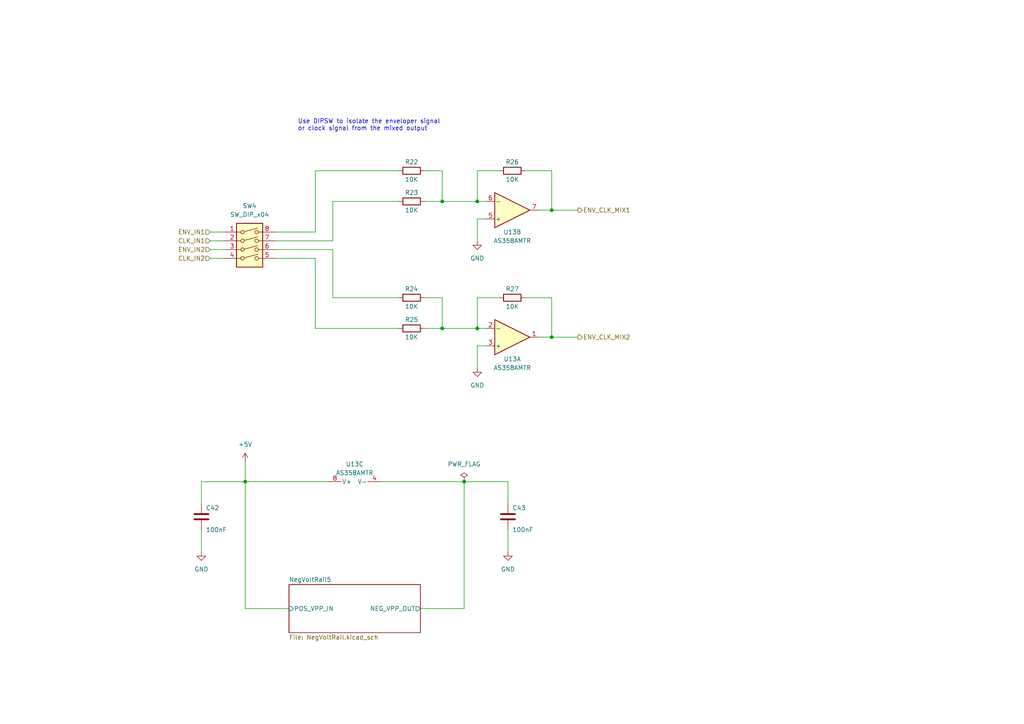
<source format=kicad_sch>
(kicad_sch (version 20211123) (generator eeschema)
  (paper "A4")
  (lib_symbols
    (symbol "Amplifier_Operational:TL072" (pin_names (offset 0.127))
      (property "Reference" "U" (at 0 5.08 0))
      (property "Value" "TL072" (at 0 -5.08 0))
      (symbol "TL072_1_1"
        (polyline (pts (xy -5.08 5.08) (xy 5.08 0) (xy -5.08 -5.08) (xy -5.08 5.08)) (stroke (width 0.254)) (fill (type background)))
        (pin output line (at 7.62 0 180) (length 2.54) (name "~") (number "1"))
        (pin input line (at -7.62 -2.54 0) (length 2.54) (name "-") (number "2"))
        (pin input line (at -7.62 2.54 0) (length 2.54) (name "+") (number "3"))
      )
      (symbol "TL072_2_1"
        (polyline (pts (xy -5.08 5.08) (xy 5.08 0) (xy -5.08 -5.08) (xy -5.08 5.08)) (stroke (width 0.254)) (fill (type background)))
        (pin input line (at -7.62 2.54 0) (length 2.54) (name "+") (number "5"))
        (pin input line (at -7.62 -2.54 0) (length 2.54) (name "-") (number "6"))
        (pin output line (at 7.62 0 180) (length 2.54) (name "~") (number "7"))
      )
      (symbol "TL072_3_1"
        (pin power_in line (at -2.54 -7.62 90) (length 3.81) (name "V-") (number "4"))
        (pin power_in line (at -2.54 7.62 270) (length 3.81) (name "V+") (number "8"))
      )
    )
    (symbol "Device:C" (pin_numbers hide) (pin_names (offset 0.254))
      (property "Reference" "C" (at 0.635 2.54 0))
      (property "Value" "C" (at 0.635 -2.54 0))
      (symbol "C_0_1"
        (polyline (pts (xy -2.032 -0.762) (xy 2.032 -0.762)) (stroke (width 0.508)))
        (polyline (pts (xy -2.032 0.762) (xy 2.032 0.762)) (stroke (width 0.508)))
      )
      (symbol "C_1_1"
        (pin passive line (at 0 3.81 270) (length 2.794) (name "~") (number "1"))
        (pin passive line (at 0 -3.81 90) (length 2.794) (name "~") (number "2"))
      )
    )
    (symbol "Device:R" (pin_numbers hide) (pin_names (offset 0))
      (property "Reference" "R" (at 2.032 0 90))
      (property "Value" "R" (at 0 0 90))
      (symbol "R_0_1"
        (rectangle (start -1.016 -2.54) (end 1.016 2.54) (stroke (width 0.254)))
      )
      (symbol "R_1_1"
        (pin passive line (at 0 3.81 270) (length 1.27) (name "~") (number "1"))
        (pin passive line (at 0 -3.81 90) (length 1.27) (name "~") (number "2"))
      )
    )
    (symbol "Switch:SW_DIP_x04" (pin_names (offset 0) hide)
      (property "Reference" "SW" (at 0 8.89 0))
      (property "Value" "SW_DIP_x04" (at 0 -6.35 0))
      (symbol "SW_DIP_x04_0_0"
        (circle (center -2.032 -2.54) (radius 0.508))
        (circle (center -2.032 0) (radius 0.508))
        (circle (center -2.032 2.54) (radius 0.508))
        (circle (center -2.032 5.08) (radius 0.508))
        (polyline (pts (xy -1.524 -2.3876) (xy 2.3622 -1.3462)))
        (polyline (pts (xy -1.524 0.127) (xy 2.3622 1.1684)))
        (polyline (pts (xy -1.524 2.667) (xy 2.3622 3.7084)))
        (polyline (pts (xy -1.524 5.207) (xy 2.3622 6.2484)))
        (circle (center 2.032 -2.54) (radius 0.508))
        (circle (center 2.032 0) (radius 0.508))
        (circle (center 2.032 2.54) (radius 0.508))
        (circle (center 2.032 5.08) (radius 0.508))
      )
      (symbol "SW_DIP_x04_0_1"
        (rectangle (start -3.81 7.62) (end 3.81 -5.08) (stroke (width 0.254)) (fill (type background)))
      )
      (symbol "SW_DIP_x04_1_1"
        (pin passive line (at -7.62 5.08 0) (length 5.08) (name "~") (number "1"))
        (pin passive line (at -7.62 2.54 0) (length 5.08) (name "~") (number "2"))
        (pin passive line (at -7.62 0 0) (length 5.08) (name "~") (number "3"))
        (pin passive line (at -7.62 -2.54 0) (length 5.08) (name "~") (number "4"))
        (pin passive line (at 7.62 -2.54 180) (length 5.08) (name "~") (number "5"))
        (pin passive line (at 7.62 0 180) (length 5.08) (name "~") (number "6"))
        (pin passive line (at 7.62 2.54 180) (length 5.08) (name "~") (number "7"))
        (pin passive line (at 7.62 5.08 180) (length 5.08) (name "~") (number "8"))
      )
    )
    (symbol "power:+5V" (power) (pin_names (offset 0))
      (property "Value" "+5V" (at 0 3.556 0))
      (symbol "+5V_0_1"
        (polyline (pts (xy -0.762 1.27) (xy 0 2.54)))
        (polyline (pts (xy 0 0) (xy 0 2.54)))
        (polyline (pts (xy 0 2.54) (xy 0.762 1.27)))
      )
      (symbol "+5V_1_1"
        (pin power_in line (at 0 0 90) (length 0) hide (name "+5V") (number "1"))
      )
    )
    (symbol "power:GND" (power) (pin_names (offset 0))
      (property "Value" "GND" (at 0 -3.81 0))
      (symbol "GND_0_1"
        (polyline (pts (xy 0 0) (xy 0 -1.27) (xy 1.27 -1.27) (xy 0 -2.54) (xy -1.27 -1.27) (xy 0 -1.27)))
      )
      (symbol "GND_1_1"
        (pin power_in line (at 0 0 270) (length 0) hide (name "GND") (number "1"))
      )
    )
    (symbol "power:PWR_FLAG" (power) (pin_numbers hide) (pin_names (offset 0) hide)
      (property "Value" "PWR_FLAG" (at 0 3.81 0))
      (symbol "PWR_FLAG_0_0"
        (pin power_out line (at 0 0 90) (length 0) (name "pwr") (number "1"))
      )
      (symbol "PWR_FLAG_0_1"
        (polyline (pts (xy 0 0) (xy 0 1.27) (xy -1.016 1.905) (xy 0 2.54) (xy 1.016 1.905) (xy 0 1.27)))
      )
    )
  )
  (junction (at 128.27 58.42))
  (junction (at 128.27 95.25))
  (junction (at 138.43 95.25))
  (junction (at 138.43 58.42))
  (junction (at 160.02 97.79))
  (junction (at 160.02 60.96))
  (junction (at 134.62 139.7))
  (junction (at 71.12 139.7))
  (wire (pts (xy 80.01 67.31) (xy 91.44 67.31)))
  (wire (pts (xy 160.02 60.96) (xy 156.21 60.96)))
  (wire (pts (xy 160.02 60.96) (xy 167.64 60.96)))
  (wire (pts (xy 152.4 49.53) (xy 160.02 49.53)))
  (wire (pts (xy 60.96 74.93) (xy 64.77 74.93)))
  (wire (pts (xy 128.27 95.25) (xy 138.43 95.25)))
  (wire (pts (xy 138.43 49.53) (xy 144.78 49.53)))
  (wire (pts (xy 96.52 86.36) (xy 115.57 86.36)))
  (wire (pts (xy 110.49 139.7) (xy 134.62 139.7)))
  (wire (pts (xy 134.62 139.7) (xy 147.32 139.7)))
  (wire (pts (xy 138.43 100.33) (xy 138.43 106.68)))
  (wire (pts (xy 91.44 95.25) (xy 115.57 95.25)))
  (wire (pts (xy 128.27 58.42) (xy 138.43 58.42)))
  (wire (pts (xy 60.96 67.31) (xy 64.77 67.31)))
  (wire (pts (xy 60.96 72.39) (xy 64.77 72.39)))
  (wire (pts (xy 71.12 139.7) (xy 95.25 139.7)))
  (wire (pts (xy 160.02 86.36) (xy 160.02 97.79)))
  (wire (pts (xy 58.42 153.67) (xy 58.42 160.02)))
  (wire (pts (xy 138.43 58.42) (xy 138.43 49.53)))
  (wire (pts (xy 160.02 49.53) (xy 160.02 60.96)))
  (wire (pts (xy 91.44 49.53) (xy 115.57 49.53)))
  (wire (pts (xy 71.12 133.9779) (xy 71.12 139.7)))
  (wire (pts (xy 96.52 69.85) (xy 80.01 69.85)))
  (wire (pts (xy 91.44 74.93) (xy 80.01 74.93)))
  (wire (pts (xy 140.97 100.33) (xy 138.43 100.33)))
  (wire (pts (xy 134.62 176.53) (xy 121.92 176.53)))
  (wire (pts (xy 160.02 97.79) (xy 156.21 97.79)))
  (wire (pts (xy 96.52 72.39) (xy 96.52 86.36)))
  (wire (pts (xy 71.12 139.7) (xy 71.12 176.53)))
  (wire (pts (xy 128.27 49.53) (xy 128.27 58.42)))
  (wire (pts (xy 152.4 86.36) (xy 160.02 86.36)))
  (wire (pts (xy 128.27 86.36) (xy 128.27 95.25)))
  (wire (pts (xy 134.62 139.7) (xy 134.62 176.53)))
  (wire (pts (xy 58.42 139.7) (xy 71.12 139.7)))
  (wire (pts (xy 138.43 95.25) (xy 140.97 95.25)))
  (wire (pts (xy 80.01 72.39) (xy 96.52 72.39)))
  (wire (pts (xy 60.96 69.85) (xy 64.77 69.85)))
  (wire (pts (xy 160.02 97.79) (xy 167.64 97.79)))
  (wire (pts (xy 123.19 95.25) (xy 128.27 95.25)))
  (wire (pts (xy 138.43 63.5) (xy 138.43 69.85)))
  (wire (pts (xy 91.44 95.25) (xy 91.44 74.93)))
  (wire (pts (xy 91.44 67.31) (xy 91.44 49.53)))
  (wire (pts (xy 138.43 86.36) (xy 144.78 86.36)))
  (wire (pts (xy 138.43 95.25) (xy 138.43 86.36)))
  (wire (pts (xy 147.32 153.67) (xy 147.32 160.02)))
  (wire (pts (xy 96.52 58.42) (xy 115.57 58.42)))
  (wire (pts (xy 140.97 63.5) (xy 138.43 63.5)))
  (wire (pts (xy 83.82 176.53) (xy 71.12 176.53)))
  (wire (pts (xy 123.19 86.36) (xy 128.27 86.36)))
  (wire (pts (xy 96.52 58.42) (xy 96.52 69.85)))
  (wire (pts (xy 123.19 58.42) (xy 128.27 58.42)))
  (wire (pts (xy 138.43 58.42) (xy 140.97 58.42)))
  (wire (pts (xy 123.19 49.53) (xy 128.27 49.53)))
  (wire (pts (xy 58.42 139.7) (xy 58.42 146.05)))
  (wire (pts (xy 147.32 139.7) (xy 147.32 146.05)))
  (text "Use DIPSW to isolate the enveloper signal \nor clock signal from the mixed output" (at 86.36 38.1 0) (effects (font (size 1.27 1.27)) (justify left bottom)))
  (hierarchical_label "ENV_IN2" (shape input) (at 60.96 72.39 180))
  (hierarchical_label "ENV_CLK_MIX1" (shape output) (at 167.64 60.96 0))
  (hierarchical_label "CLK_IN2" (shape input) (at 60.96 74.93 180))
  (hierarchical_label "CLK_IN1" (shape input) (at 60.96 69.85 180))
  (hierarchical_label "ENV_IN1" (shape input) (at 60.96 67.31 180))
  (hierarchical_label "ENV_CLK_MIX2" (shape output) (at 167.64 97.79 0))
  (symbol (lib_id "Device:R") (at 119.38 86.36 90) (mirror x) (unit 1)
    (property "Reference" "R24" (at 119.38 83.82 90))
    (property "Value" "10K" (at 119.38 88.9 90))
    (property "Footprint" "Resistor_SMD:R_0805_2012Metric_Pad1.20x1.40mm_HandSolder" (effects hide))
  )
  (symbol (lib_id "power:+5V") (at 71.12 133.9779 0) (unit 1)
    (property "Reference" "#PWR067" (effects hide))
    (property "Value" "+5V" (at 71.12 128.8979 0))
  )
  (symbol (lib_id "power:GND") (at 138.43 106.68 0) (unit 1)
    (property "Reference" "#PWR069" (effects hide))
    (property "Value" "GND" (at 138.43 111.76 0))
  )
  (symbol (lib_id "Device:R") (at 119.38 95.25 90) (mirror x) (unit 1)
    (property "Reference" "R25" (at 119.38 92.71 90))
    (property "Value" "10K" (at 119.38 97.79 90))
    (property "Footprint" "Resistor_SMD:R_0805_2012Metric_Pad1.20x1.40mm_HandSolder" (effects hide))
  )
  (symbol (lib_id "Switch:SW_DIP_x04") (at 72.39 72.39 0) (unit 1)
    (property "Reference" "SW4" (at 72.39 59.69 0))
    (property "Value" "SW_DIP_x04" (at 72.39 62.23 0))
    (property "Footprint" "Button_Switch_THT:SW_DIP_SPSTx04_Slide_6.7x11.72mm_W7.62mm_P2.54mm_LowProfile" (effects hide))
  )
  (symbol (lib_id "Device:C") (at 147.32 149.86 180) (unit 1)
    (property "Reference" "C43" (at 148.59 147.32 0) (effects (justify right)))
    (property "Value" "100nF" (at 148.59 153.67 0) (effects (justify right)))
    (property "Footprint" "Capacitor_SMD:C_0805_2012Metric_Pad1.18x1.45mm_HandSolder" (effects hide))
  )
  (symbol (lib_id "Device:R") (at 148.59 86.36 90) (mirror x) (unit 1)
    (property "Reference" "R27" (at 148.59 83.82 90))
    (property "Value" "10K" (at 148.59 88.9 90))
    (property "Footprint" "Resistor_SMD:R_0805_2012Metric_Pad1.20x1.40mm_HandSolder" (effects hide))
  )
  (symbol (lib_id "power:GND") (at 58.42 160.02 0) (unit 1)
    (property "Reference" "#PWR066" (effects hide))
    (property "Value" "GND" (at 58.42 165.1 0))
  )
  (symbol (lib_id "Device:R") (at 119.38 49.53 90) (mirror x) (unit 1)
    (property "Reference" "R22" (at 119.38 46.99 90))
    (property "Value" "10K" (at 119.38 52.07 90))
    (property "Footprint" "Resistor_SMD:R_0805_2012Metric_Pad1.20x1.40mm_HandSolder" (effects hide))
  )
  (symbol (lib_id "Device:R") (at 119.38 58.42 90) (mirror x) (unit 1)
    (property "Reference" "R23" (at 119.38 55.88 90))
    (property "Value" "10K" (at 119.38 60.96 90))
    (property "Footprint" "Resistor_SMD:R_0805_2012Metric_Pad1.20x1.40mm_HandSolder" (effects hide))
  )
  (symbol (lib_id "Amplifier_Operational:TL072") (at 148.59 97.79 0) (mirror x) (unit 1)
    (property "Reference" "U13" (at 148.59 104.14 0))
    (property "Value" "AS358AMTR" (at 148.59 106.68 0))
    (property "Footprint" "Package_SO:SOIC-8_3.9x4.9mm_P1.27mm" (effects hide))
    (property "Datasheet" "https://cdn.sparkfun.com/assets/8/4/9/e/1/DS-15946.pdf" (effects hide))
  )
  (symbol (lib_id "power:PWR_FLAG") (at 134.62 139.7 0) (unit 1)
    (property "Reference" "#FLG07" (effects hide))
    (property "Value" "PWR_FLAG" (at 134.62 134.62 0))
  )
  (symbol (lib_id "power:GND") (at 138.43 69.85 0) (unit 1)
    (property "Reference" "#PWR068" (effects hide))
    (property "Value" "GND" (at 138.43 74.93 0))
  )
  (symbol (lib_id "Amplifier_Operational:TL072") (at 148.59 60.96 0) (mirror x) (unit 2)
    (property "Reference" "U13" (at 148.59 67.31 0))
    (property "Value" "AS358AMTR" (at 148.59 69.85 0))
    (property "Footprint" "Package_SO:SOIC-8_3.9x4.9mm_P1.27mm" (effects hide))
    (property "Datasheet" "https://cdn.sparkfun.com/assets/8/4/9/e/1/DS-15946.pdf" (effects hide))
  )
  (symbol (lib_id "Device:C") (at 58.42 149.86 180) (unit 1)
    (property "Reference" "C42" (at 59.69 147.32 0) (effects (justify right)))
    (property "Value" "100nF" (at 59.69 153.67 0) (effects (justify right)))
    (property "Footprint" "Capacitor_SMD:C_0805_2012Metric_Pad1.18x1.45mm_HandSolder" (effects hide))
  )
  (symbol (lib_id "Device:R") (at 148.59 49.53 90) (mirror x) (unit 1)
    (property "Reference" "R26" (at 148.59 46.99 90))
    (property "Value" "10K" (at 148.59 52.07 90))
    (property "Footprint" "Resistor_SMD:R_0805_2012Metric_Pad1.20x1.40mm_HandSolder" (effects hide))
  )
  (symbol (lib_id "Amplifier_Operational:TL072") (at 102.87 137.16 90) (unit 3)
    (property "Reference" "U13" (at 102.87 134.62 90))
    (property "Value" "AS358AMTR" (at 102.87 137.16 90))
    (property "Footprint" "Package_SO:SOIC-8_3.9x4.9mm_P1.27mm" (effects hide))
    (property "Datasheet" "https://cdn.sparkfun.com/assets/8/4/9/e/1/DS-15946.pdf" (effects hide))
  )
  (symbol (lib_id "power:GND") (at 147.32 160.02 0) (unit 1)
    (property "Reference" "#PWR070" (effects hide))
    (property "Value" "GND" (at 147.32 165.1 0))
  )
  (sheet (at 83.82 169.5521) (size 38.1 13.97) (stroke (width 0.1524))
    (property "Sheet name" "NegVoltRail5" (at 83.82 168.8405 0) (effects (justify left bottom)))
    (property "Sheet file" "NegVoltRail.kicad_sch" (at 83.82 184.1067 0) (effects (justify left top)))
    (pin "POS_VPP_IN" input (at 83.82 176.53 180))
    (pin "NEG_VPP_OUT" output (at 121.92 176.53 0))
  )
)
</source>
